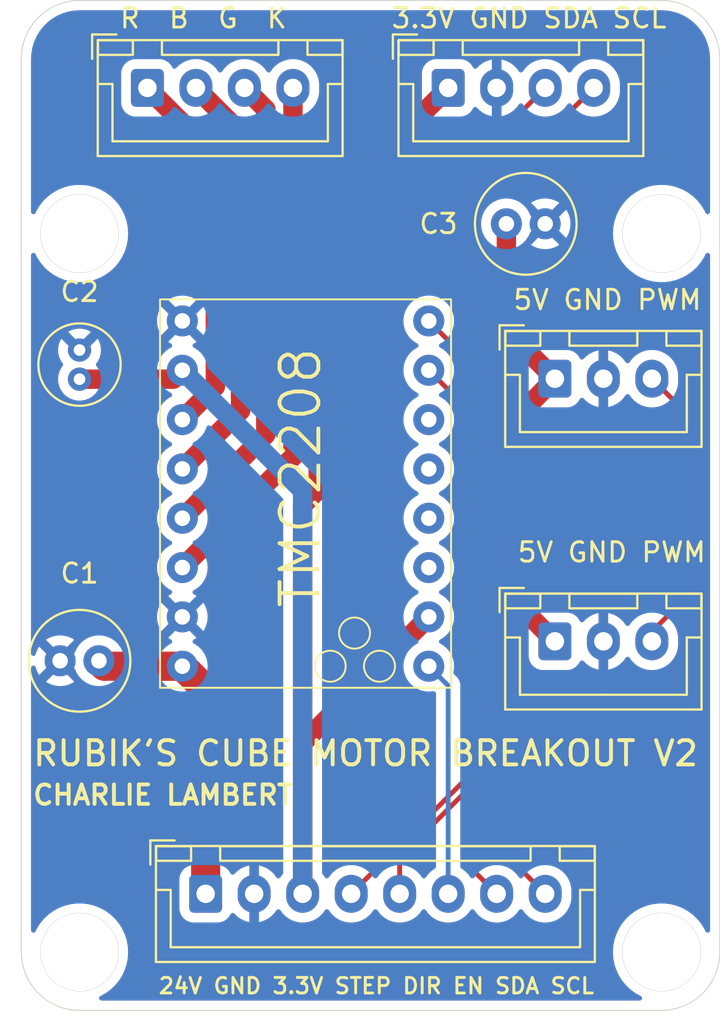
<source format=kicad_pcb>
(kicad_pcb (version 20240108) (generator "pcbnew") (generator_version "8.0")
  (title_block (title "Motor Breakout Board") (date "2025-07-07") (rev "A") (company "Designed by Charlie Lambert") (comment 1 "Motor breakout board for Rubik's Cube Solving Machine"))
  (layers (0 "F.Cu" signal) (31 "B.Cu" signal) (34 "B.Paste" user) (35 "F.Paste" user) (36 "B.SilkS" user "B.Silkscreen") (37 "F.SilkS" user "F.Silkscreen") (38 "B.Mask" user) (39 "F.Mask" user) (44 "Edge.Cuts" user))
  (net 0 "")
  (net 5 "/Red")
  (net 6 "/Green")
  (net 7 "/Blue")
  (net 8 "/Black")
  (net 9 "GND")
  (net 10 "PWM")
  (net 11 "+5V")
  (net 12 "SCL")
  (net 13 "+3.3V")
  (net 14 "SDA")
  (net 15 "DIR")
  (net 16 "STEP")
  (net 17 "EN")
  (net 18 "+24V")
  (footprint "" (layer "F.Cu") (at 127.6 49.3)
    (property "Reference" "" (at 0 0 0) (layer "F.SilkS") (effects (font (size 1.27 1.27))))
    (property "Value" "")
    (pad "" np_thru_hole circle (at 0 0) (size 4 4) (drill 4) (layers "F&B.Cu" "*.Mask"))
  )
  (footprint "Connector_JST:JST_XH_B4B-XH-A_1x04_P2.50mm_Vertical" (layer "F.Cu") (at 101.1 41.8)
    (property "Reference" "J2" (hide yes))
    (property "Value" "Motor Input")
    (fp_line (start -2.85 -2.75) (end -2.85 -1.5) (stroke (width 0.12)) (layer "F.SilkS"))
    (fp_line (start -2.56 -2.46) (end -2.56 3.51) (stroke (width 0.12)) (layer "F.SilkS"))
    (fp_line (start -2.56 3.51) (end 10.06 3.51) (stroke (width 0.12)) (layer "F.SilkS"))
    (fp_line (start -2.55 -2.45) (end -2.55 -1.7) (stroke (width 0.12)) (layer "F.SilkS"))
    (fp_line (start -2.55 -1.7) (end -0.75 -1.7) (stroke (width 0.12)) (layer "F.SilkS"))
    (fp_line (start -2.55 -0.2) (end -1.8 -0.2) (stroke (width 0.12)) (layer "F.SilkS"))
    (fp_line (start -1.8 -0.2) (end -1.8 2.75) (stroke (width 0.12)) (layer "F.SilkS"))
    (fp_line (start -1.8 2.75) (end 3.75 2.75) (stroke (width 0.12)) (layer "F.SilkS"))
    (fp_line (start -1.6 -2.75) (end -2.85 -2.75) (stroke (width 0.12)) (layer "F.SilkS"))
    (fp_line (start -0.75 -2.45) (end -2.55 -2.45) (stroke (width 0.12)) (layer "F.SilkS"))
    (fp_line (start -0.75 -1.7) (end -0.75 -2.45) (stroke (width 0.12)) (layer "F.SilkS"))
    (fp_line (start 0.75 -2.45) (end 0.75 -1.7) (stroke (width 0.12)) (layer "F.SilkS"))
    (fp_line (start 0.75 -1.7) (end 6.75 -1.7) (stroke (width 0.12)) (layer "F.SilkS"))
    (fp_line (start 6.75 -2.45) (end 0.75 -2.45) (stroke (width 0.12)) (layer "F.SilkS"))
    (fp_line (start 6.75 -1.7) (end 6.75 -2.45) (stroke (width 0.12)) (layer "F.SilkS"))
    (fp_line (start 8.25 -2.45) (end 8.25 -1.7) (stroke (width 0.12)) (layer "F.SilkS"))
    (fp_line (start 8.25 -1.7) (end 10.05 -1.7) (stroke (width 0.12)) (layer "F.SilkS"))
    (fp_line (start 9.3 -0.2) (end 9.3 2.75) (stroke (width 0.12)) (layer "F.SilkS"))
    (fp_line (start 9.3 2.75) (end 3.75 2.75) (stroke (width 0.12)) (layer "F.SilkS"))
    (fp_line (start 10.05 -2.45) (end 8.25 -2.45) (stroke (width 0.12)) (layer "F.SilkS"))
    (fp_line (start 10.05 -1.7) (end 10.05 -2.45) (stroke (width 0.12)) (layer "F.SilkS"))
    (fp_line (start 10.05 -0.2) (end 9.3 -0.2) (stroke (width 0.12)) (layer "F.SilkS"))
    (fp_line (start 10.06 -2.46) (end -2.56 -2.46) (stroke (width 0.12)) (layer "F.SilkS"))
    (fp_line (start 10.06 3.51) (end 10.06 -2.46) (stroke (width 0.12)) (layer "F.SilkS"))
    (pad "1" thru_hole roundrect (at 0 0) (size 1.7 1.95) (drill 0.95) (layers "*.Cu" "*.Mask") (roundrect_rratio 0.1470588235) (net 5 "/Red"))
    (pad "2" thru_hole oval (at 2.5 0) (size 1.7 1.95) (drill 0.95) (layers "*.Cu" "*.Mask") (net 7 "/Blue"))
    (pad "3" thru_hole oval (at 5 0) (size 1.7 1.95) (drill 0.95) (layers "*.Cu" "*.Mask") (net 6 "/Green"))
    (pad "4" thru_hole oval (at 7.5 0) (size 1.7 1.95) (drill 0.95) (layers "*.Cu" "*.Mask") (net 8 "/Black"))
  )
  (footprint "Capacitor_THT:C_Radial_D5.0mm_H11.0mm_P2.00mm" (layer "F.Cu") (at 98.6 71.3 180)
    (property "Reference" "C1" (at 1 4.5 0) (layer "F.SilkS"))
    (property "Value" "100µF")
    (fp_circle (center 1 0) (end 3.62 0) (stroke (width 0.12)) (fill none) (layer "F.SilkS"))
    (pad "1" thru_hole circle (at 0 0 180) (size 1.6 1.6) (drill 0.8) (layers "*.Cu" "*.Mask") (net 18 "+24V"))
    (pad "2" thru_hole circle (at 2 0 180) (size 1.6 1.6) (drill 0.8) (layers "*.Cu" "*.Mask") (net 9 "GND"))
  )
  (footprint "Connector_JST:JST_XH_B3B-XH-A_1x03_P2.50mm_Vertical" (layer "F.Cu") (at 122.1 56.775)
    (property "Reference" "J4" (hide yes))
    (property "Value" "Servo Input")
    (fp_line (start -2.85 -2.75) (end -2.85 -1.5) (stroke (width 0.12)) (layer "F.SilkS"))
    (fp_line (start -2.56 -2.46) (end -2.56 3.51) (stroke (width 0.12)) (layer "F.SilkS"))
    (fp_line (start -2.56 3.51) (end 7.56 3.51) (stroke (width 0.12)) (layer "F.SilkS"))
    (fp_line (start -2.55 -2.45) (end -2.55 -1.7) (stroke (width 0.12)) (layer "F.SilkS"))
    (fp_line (start -2.55 -1.7) (end -0.75 -1.7) (stroke (width 0.12)) (layer "F.SilkS"))
    (fp_line (start -2.55 -0.2) (end -1.8 -0.2) (stroke (width 0.12)) (layer "F.SilkS"))
    (fp_line (start -1.8 -0.2) (end -1.8 2.75) (stroke (width 0.12)) (layer "F.SilkS"))
    (fp_line (start -1.8 2.75) (end 2.5 2.75) (stroke (width 0.12)) (layer "F.SilkS"))
    (fp_line (start -1.6 -2.75) (end -2.85 -2.75) (stroke (width 0.12)) (layer "F.SilkS"))
    (fp_line (start -0.75 -2.45) (end -2.55 -2.45) (stroke (width 0.12)) (layer "F.SilkS"))
    (fp_line (start -0.75 -1.7) (end -0.75 -2.45) (stroke (width 0.12)) (layer "F.SilkS"))
    (fp_line (start 0.75 -2.45) (end 0.75 -1.7) (stroke (width 0.12)) (layer "F.SilkS"))
    (fp_line (start 0.75 -1.7) (end 4.25 -1.7) (stroke (width 0.12)) (layer "F.SilkS"))
    (fp_line (start 4.25 -2.45) (end 0.75 -2.45) (stroke (width 0.12)) (layer "F.SilkS"))
    (fp_line (start 4.25 -1.7) (end 4.25 -2.45) (stroke (width 0.12)) (layer "F.SilkS"))
    (fp_line (start 5.75 -2.45) (end 5.75 -1.7) (stroke (width 0.12)) (layer "F.SilkS"))
    (fp_line (start 5.75 -1.7) (end 7.55 -1.7) (stroke (width 0.12)) (layer "F.SilkS"))
    (fp_line (start 6.8 -0.2) (end 6.8 2.75) (stroke (width 0.12)) (layer "F.SilkS"))
    (fp_line (start 6.8 2.75) (end 2.5 2.75) (stroke (width 0.12)) (layer "F.SilkS"))
    (fp_line (start 7.55 -2.45) (end 5.75 -2.45) (stroke (width 0.12)) (layer "F.SilkS"))
    (fp_line (start 7.55 -1.7) (end 7.55 -2.45) (stroke (width 0.12)) (layer "F.SilkS"))
    (fp_line (start 7.55 -0.2) (end 6.8 -0.2) (stroke (width 0.12)) (layer "F.SilkS"))
    (fp_line (start 7.56 -2.46) (end -2.56 -2.46) (stroke (width 0.12)) (layer "F.SilkS"))
    (fp_line (start 7.56 3.51) (end 7.56 -2.46) (stroke (width 0.12)) (layer "F.SilkS"))
    (pad "1" thru_hole roundrect (at 0 0) (size 1.7 1.95) (drill 0.95) (layers "*.Cu" "*.Mask") (roundrect_rratio 0.1470588235) (net 11 "+5V"))
    (pad "2" thru_hole oval (at 2.5 0) (size 1.7 1.95) (drill 0.95) (layers "*.Cu" "*.Mask") (net 9 "GND"))
    (pad "3" thru_hole oval (at 5 0) (size 1.7 1.95) (drill 0.95) (layers "*.Cu" "*.Mask") (net 10 "PWM"))
  )
  (footprint "Capacitor_THT:C_Radial_D4.0mm_H7.0mm_P1.50mm" (layer "F.Cu") (at 97.6 55.3 -90)
    (property "Reference" "C2" (at -3 0 0) (layer "F.SilkS"))
    (property "Value" "0.1µF")
    (fp_circle (center 0.75 0) (end 2.87 0) (stroke (width 0.12)) (fill none) (layer "F.SilkS"))
    (pad "1" thru_hole circle (at 0 0 270) (size 1.2 1.2) (drill 0.6) (layers "*.Cu" "*.Mask") (net 9 "GND"))
    (pad "2" thru_hole circle (at 1.5 0 270) (size 1.2 1.2) (drill 0.6) (layers "*.Cu" "*.Mask") (net 13 "+3.3V"))
  )
  (footprint "" (layer "F.Cu") (at 127.6 86.3)
    (property "Reference" "" (at 0 0 0) (layer "F.SilkS") (effects (font (size 1.27 1.27))))
    (property "Value" "")
    (pad "" np_thru_hole circle (at 0 0) (size 4 4) (drill 4) (layers "F&B.Cu" "*.Mask"))
  )
  (footprint "Capacitor_THT:C_Radial_D5.0mm_H11.0mm_P2.00mm" (layer "F.Cu") (at 119.6 48.8)
    (property "Reference" "C3" (at -3.5 0 180) (layer "F.SilkS"))
    (property "Value" "100µF")
    (fp_circle (center 1 0) (end 3.62 0) (stroke (width 0.12)) (fill none) (layer "F.SilkS"))
    (pad "1" thru_hole circle (at 0 0) (size 1.6 1.6) (drill 0.8) (layers "*.Cu" "*.Mask") (net 11 "+5V"))
    (pad "2" thru_hole circle (at 2 0) (size 1.6 1.6) (drill 0.8) (layers "*.Cu" "*.Mask") (net 9 "GND"))
  )
  (footprint "" (layer "F.Cu") (at 97.6 49.3)
    (property "Reference" "" (at 0 0 0) (layer "F.SilkS") (effects (font (size 1.27 1.27))))
    (property "Value" "")
    (pad "" np_thru_hole circle (at 0 0) (size 4 4) (drill 4) (layers "F&B.Cu" "*.Mask"))
  )
  (footprint "" (layer "F.Cu") (at 97.6 86.3)
    (property "Reference" "" (at 0 0 0) (layer "F.SilkS") (effects (font (size 1.27 1.27))))
    (property "Value" "")
    (pad "" np_thru_hole circle (at 0 0) (size 4 4) (drill 4) (layers "F&B.Cu" "*.Mask"))
  )
  (footprint "Connector_JST:JST_XH_B4B-XH-A_1x04_P2.50mm_Vertical" (layer "F.Cu") (at 116.6 41.8)
    (property "Reference" "J6" (hide yes))
    (property "Value" "Encoder Input")
    (fp_line (start -2.85 -2.75) (end -2.85 -1.5) (stroke (width 0.12)) (layer "F.SilkS"))
    (fp_line (start -2.56 -2.46) (end -2.56 3.51) (stroke (width 0.12)) (layer "F.SilkS"))
    (fp_line (start -2.56 3.51) (end 10.06 3.51) (stroke (width 0.12)) (layer "F.SilkS"))
    (fp_line (start -2.55 -2.45) (end -2.55 -1.7) (stroke (width 0.12)) (layer "F.SilkS"))
    (fp_line (start -2.55 -1.7) (end -0.75 -1.7) (stroke (width 0.12)) (layer "F.SilkS"))
    (fp_line (start -2.55 -0.2) (end -1.8 -0.2) (stroke (width 0.12)) (layer "F.SilkS"))
    (fp_line (start -1.8 -0.2) (end -1.8 2.75) (stroke (width 0.12)) (layer "F.SilkS"))
    (fp_line (start -1.8 2.75) (end 3.75 2.75) (stroke (width 0.12)) (layer "F.SilkS"))
    (fp_line (start -1.6 -2.75) (end -2.85 -2.75) (stroke (width 0.12)) (layer "F.SilkS"))
    (fp_line (start -0.75 -2.45) (end -2.55 -2.45) (stroke (width 0.12)) (layer "F.SilkS"))
    (fp_line (start -0.75 -1.7) (end -0.75 -2.45) (stroke (width 0.12)) (layer "F.SilkS"))
    (fp_line (start 0.75 -2.45) (end 0.75 -1.7) (stroke (width 0.12)) (layer "F.SilkS"))
    (fp_line (start 0.75 -1.7) (end 6.75 -1.7) (stroke (width 0.12)) (layer "F.SilkS"))
    (fp_line (start 6.75 -2.45) (end 0.75 -2.45) (stroke (width 0.12)) (layer "F.SilkS"))
    (fp_line (start 6.75 -1.7) (end 6.75 -2.45) (stroke (width 0.12)) (layer "F.SilkS"))
    (fp_line (start 8.25 -2.45) (end 8.25 -1.7) (stroke (width 0.12)) (layer "F.SilkS"))
    (fp_line (start 8.25 -1.7) (end 10.05 -1.7) (stroke (width 0.12)) (layer "F.SilkS"))
    (fp_line (start 9.3 -0.2) (end 9.3 2.75) (stroke (width 0.12)) (layer "F.SilkS"))
    (fp_line (start 9.3 2.75) (end 3.75 2.75) (stroke (width 0.12)) (layer "F.SilkS"))
    (fp_line (start 10.05 -2.45) (end 8.25 -2.45) (stroke (width 0.12)) (layer "F.SilkS"))
    (fp_line (start 10.05 -1.7) (end 10.05 -2.45) (stroke (width 0.12)) (layer "F.SilkS"))
    (fp_line (start 10.05 -0.2) (end 9.3 -0.2) (stroke (width 0.12)) (layer "F.SilkS"))
    (fp_line (start 10.06 -2.46) (end -2.56 -2.46) (stroke (width 0.12)) (layer "F.SilkS"))
    (fp_line (start 10.06 3.51) (end 10.06 -2.46) (stroke (width 0.12)) (layer "F.SilkS"))
    (pad "1" thru_hole roundrect (at 0 0) (size 1.7 1.95) (drill 0.95) (layers "*.Cu" "*.Mask") (roundrect_rratio 0.1470588235) (net 13 "+3.3V"))
    (pad "2" thru_hole oval (at 2.5 0) (size 1.7 1.95) (drill 0.95) (layers "*.Cu" "*.Mask") (net 9 "GND"))
    (pad "3" thru_hole oval (at 5 0) (size 1.7 1.95) (drill 0.95) (layers "*.Cu" "*.Mask") (net 14 "SDA"))
    (pad "4" thru_hole oval (at 7.5 0) (size 1.7 1.95) (drill 0.95) (layers "*.Cu" "*.Mask") (net 12 "SCL"))
  )
  (footprint "Connector_JST:JST_XH_B8B-XH-A_1x08_P2.50mm_Vertical" (layer "F.Cu") (at 104.1 83.3)
    (property "Reference" "J3" (hide yes))
    (property "Value" "Motherboard Breakout")
    (fp_line (start -2.85 -2.75) (end -2.85 -1.5) (stroke (width 0.12)) (layer "F.SilkS"))
    (fp_line (start -2.56 -2.46) (end -2.56 3.51) (stroke (width 0.12)) (layer "F.SilkS"))
    (fp_line (start -2.56 3.51) (end 20.06 3.51) (stroke (width 0.12)) (layer "F.SilkS"))
    (fp_line (start -2.55 -2.45) (end -2.55 -1.7) (stroke (width 0.12)) (layer "F.SilkS"))
    (fp_line (start -2.55 -1.7) (end -0.75 -1.7) (stroke (width 0.12)) (layer "F.SilkS"))
    (fp_line (start -2.55 -0.2) (end -1.8 -0.2) (stroke (width 0.12)) (layer "F.SilkS"))
    (fp_line (start -1.8 -0.2) (end -1.8 2.75) (stroke (width 0.12)) (layer "F.SilkS"))
    (fp_line (start -1.8 2.75) (end 8.75 2.75) (stroke (width 0.12)) (layer "F.SilkS"))
    (fp_line (start -1.6 -2.75) (end -2.85 -2.75) (stroke (width 0.12)) (layer "F.SilkS"))
    (fp_line (start -0.75 -2.45) (end -2.55 -2.45) (stroke (width 0.12)) (layer "F.SilkS"))
    (fp_line (start -0.75 -1.7) (end -0.75 -2.45) (stroke (width 0.12)) (layer "F.SilkS"))
    (fp_line (start 0.75 -2.45) (end 0.75 -1.7) (stroke (width 0.12)) (layer "F.SilkS"))
    (fp_line (start 0.75 -1.7) (end 16.75 -1.7) (stroke (width 0.12)) (layer "F.SilkS"))
    (fp_line (start 16.75 -2.45) (end 0.75 -2.45) (stroke (width 0.12)) (layer "F.SilkS"))
    (fp_line (start 16.75 -1.7) (end 16.75 -2.45) (stroke (width 0.12)) (layer "F.SilkS"))
    (fp_line (start 18.25 -2.45) (end 18.25 -1.7) (stroke (width 0.12)) (layer "F.SilkS"))
    (fp_line (start 18.25 -1.7) (end 20.05 -1.7) (stroke (width 0.12)) (layer "F.SilkS"))
    (fp_line (start 19.3 -0.2) (end 19.3 2.75) (stroke (width 0.12)) (layer "F.SilkS"))
    (fp_line (start 19.3 2.75) (end 8.75 2.75) (stroke (width 0.12)) (layer "F.SilkS"))
    (fp_line (start 20.05 -2.45) (end 18.25 -2.45) (stroke (width 0.12)) (layer "F.SilkS"))
    (fp_line (start 20.05 -1.7) (end 20.05 -2.45) (stroke (width 0.12)) (layer "F.SilkS"))
    (fp_line (start 20.05 -0.2) (end 19.3 -0.2) (stroke (width 0.12)) (layer "F.SilkS"))
    (fp_line (start 20.06 -2.46) (end -2.56 -2.46) (stroke (width 0.12)) (layer "F.SilkS"))
    (fp_line (start 20.06 3.51) (end 20.06 -2.46) (stroke (width 0.12)) (layer "F.SilkS"))
    (pad "1" thru_hole roundrect (at 0 0) (size 1.7 1.95) (drill 0.95) (layers "*.Cu" "*.Mask") (roundrect_rratio 0.1470588235) (net 18 "+24V"))
    (pad "2" thru_hole oval (at 2.5 0) (size 1.7 1.95) (drill 0.95) (layers "*.Cu" "*.Mask") (net 9 "GND"))
    (pad "3" thru_hole oval (at 5 0) (size 1.7 1.95) (drill 0.95) (layers "*.Cu" "*.Mask") (net 13 "+3.3V"))
    (pad "4" thru_hole oval (at 7.5 0) (size 1.7 1.95) (drill 0.95) (layers "*.Cu" "*.Mask") (net 16 "STEP"))
    (pad "5" thru_hole oval (at 10 0) (size 1.7 1.95) (drill 0.95) (layers "*.Cu" "*.Mask") (net 15 "DIR"))
    (pad "6" thru_hole oval (at 12.5 0) (size 1.7 1.95) (drill 0.95) (layers "*.Cu" "*.Mask") (net 17 "EN"))
    (pad "7" thru_hole oval (at 15 0) (size 1.7 1.95) (drill 0.95) (layers "*.Cu" "*.Mask") (net 14 "SDA"))
    (pad "8" thru_hole oval (at 17.5 0) (size 1.7 1.95) (drill 0.95) (layers "*.Cu" "*.Mask") (net 12 "SCL"))
  )
  (footprint "cube_solver_footprints:TMC2208_Breakout" (layer "F.Cu") (at 102.9 53.8)
    (property "Reference" "U1" (hide yes))
    (property "Value" "~")
    (fp_rect (start -1.15 -1.11) (end 13.85 18.89) (stroke (width 0.1)) (fill none) (layer "F.SilkS"))
    (fp_circle (center 7.62 17.78) (end 8.42 17.78) (stroke (width 0.1)) (fill none) (layer "F.SilkS"))
    (fp_circle (center 8.87429 16.074124) (end 9.67429 16.074124) (stroke (width 0.1)) (fill none) (layer "F.SilkS"))
    (fp_circle (center 10.16 17.78) (end 10.96 17.78) (stroke (width 0.1)) (fill none) (layer "F.SilkS"))
    (fp_text user "TMC2208" (at 7.2644 14.9098 90) (layer "F.SilkS") (effects (font (size 2 2) (thickness 0.2)) (justify left bottom)))
    (pad "1" thru_hole circle (at 0 0) (size 1.6 1.6) (drill 0.8) (layers "*.Cu" "*.Mask") (net 9 "GND"))
    (pad "2" thru_hole circle (at 0 2.54) (size 1.6 1.6) (drill 0.8) (layers "*.Cu" "*.Mask") (net 13 "+3.3V"))
    (pad "3" thru_hole circle (at 0 5.08) (size 1.6 1.6) (drill 0.8) (layers "*.Cu" "*.Mask") (net 5 "/Red"))
    (pad "4" thru_hole circle (at 0 7.62) (size 1.6 1.6) (drill 0.8) (layers "*.Cu" "*.Mask") (net 7 "/Blue"))
    (pad "5" thru_hole circle (at 0 10.16) (size 1.6 1.6) (drill 0.8) (layers "*.Cu" "*.Mask") (net 6 "/Green"))
    (pad "6" thru_hole circle (at 0 12.7) (size 1.6 1.6) (drill 0.8) (layers "*.Cu" "*.Mask") (net 8 "/Black"))
    (pad "7" thru_hole circle (at 0 15.24) (size 1.6 1.6) (drill 0.8) (layers "*.Cu" "*.Mask") (net 9 "GND"))
    (pad "8" thru_hole circle (at 0 17.78) (size 1.6 1.6) (drill 0.8) (layers "*.Cu" "*.Mask") (net 18 "+24V"))
    (pad "9" thru_hole circle (at 12.7 0) (size 1.6 1.6) (drill 0.8) (layers "*.Cu" "*.Mask") (net 15 "DIR"))
    (pad "10" thru_hole circle (at 12.7 2.54) (size 1.6 1.6) (drill 0.8) (layers "*.Cu" "*.Mask") (net 16 "STEP"))
    (pad "11" thru_hole circle (at 12.7 5.08) (size 1.6 1.6) (drill 0.8) (layers "*.Cu" "*.Mask"))
    (pad "12" thru_hole circle (at 12.7 7.62) (size 1.6 1.6) (drill 0.8) (layers "*.Cu" "*.Mask"))
    (pad "13" thru_hole circle (at 12.7 10.16) (size 1.6 1.6) (drill 0.8) (layers "*.Cu" "*.Mask"))
    (pad "14" thru_hole circle (at 12.7 12.7) (size 1.6 1.6) (drill 0.8) (layers "*.Cu" "*.Mask"))
    (pad "15" thru_hole circle (at 12.7 15.24) (size 1.6 1.6) (drill 0.8) (layers "*.Cu" "*.Mask") (net 13 "+3.3V"))
    (pad "16" thru_hole circle (at 12.7 17.78) (size 1.6 1.6) (drill 0.8) (layers "*.Cu" "*.Mask") (net 17 "EN"))
  )
  (footprint "Connector_JST:JST_XH_B3B-XH-A_1x03_P2.50mm_Vertical" (layer "F.Cu") (at 122.1 70.3)
    (property "Reference" "J5" (hide yes))
    (property "Value" "Servo Output")
    (fp_line (start -2.85 -2.75) (end -2.85 -1.5) (stroke (width 0.12)) (layer "F.SilkS"))
    (fp_line (start -2.56 -2.46) (end -2.56 3.51) (stroke (width 0.12)) (layer "F.SilkS"))
    (fp_line (start -2.56 3.51) (end 7.56 3.51) (stroke (width 0.12)) (layer "F.SilkS"))
    (fp_line (start -2.55 -2.45) (end -2.55 -1.7) (stroke (width 0.12)) (layer "F.SilkS"))
    (fp_line (start -2.55 -1.7) (end -0.75 -1.7) (stroke (width 0.12)) (layer "F.SilkS"))
    (fp_line (start -2.55 -0.2) (end -1.8 -0.2) (stroke (width 0.12)) (layer "F.SilkS"))
    (fp_line (start -1.8 -0.2) (end -1.8 2.75) (stroke (width 0.12)) (layer "F.SilkS"))
    (fp_line (start -1.8 2.75) (end 2.5 2.75) (stroke (width 0.12)) (layer "F.SilkS"))
    (fp_line (start -1.6 -2.75) (end -2.85 -2.75) (stroke (width 0.12)) (layer "F.SilkS"))
    (fp_line (start -0.75 -2.45) (end -2.55 -2.45) (stroke (width 0.12)) (layer "F.SilkS"))
    (fp_line (start -0.75 -1.7) (end -0.75 -2.45) (stroke (width 0.12)) (layer "F.SilkS"))
    (fp_line (start 0.75 -2.45) (end 0.75 -1.7) (stroke (width 0.12)) (layer "F.SilkS"))
    (fp_line (start 0.75 -1.7) (end 4.25 -1.7) (stroke (width 0.12)) (layer "F.SilkS"))
    (fp_line (start 4.25 -2.45) (end 0.75 -2.45) (stroke (width 0.12)) (layer "F.SilkS"))
    (fp_line (start 4.25 -1.7) (end 4.25 -2.45) (stroke (width 0.12)) (layer "F.SilkS"))
    (fp_line (start 5.75 -2.45) (end 5.75 -1.7) (stroke (width 0.12)) (layer "F.SilkS"))
    (fp_line (start 5.75 -1.7) (end 7.55 -1.7) (stroke (width 0.12)) (layer "F.SilkS"))
    (fp_line (start 6.8 -0.2) (end 6.8 2.75) (stroke (width 0.12)) (layer "F.SilkS"))
    (fp_line (start 6.8 2.75) (end 2.5 2.75) (stroke (width 0.12)) (layer "F.SilkS"))
    (fp_line (start 7.55 -2.45) (end 5.75 -2.45) (stroke (width 0.12)) (layer "F.SilkS"))
    (fp_line (start 7.55 -1.7) (end 7.55 -2.45) (stroke (width 0.12)) (layer "F.SilkS"))
    (fp_line (start 7.55 -0.2) (end 6.8 -0.2) (stroke (width 0.12)) (layer "F.SilkS"))
    (fp_line (start 7.56 -2.46) (end -2.56 -2.46) (stroke (width 0.12)) (layer "F.SilkS"))
    (fp_line (start 7.56 3.51) (end 7.56 -2.46) (stroke (width 0.12)) (layer "F.SilkS"))
    (pad "1" thru_hole roundrect (at 0 0) (size 1.7 1.95) (drill 0.95) (layers "*.Cu" "*.Mask") (roundrect_rratio 0.1470588235) (net 11 "+5V"))
    (pad "2" thru_hole oval (at 2.5 0) (size 1.7 1.95) (drill 0.95) (layers "*.Cu" "*.Mask") (net 9 "GND"))
    (pad "3" thru_hole oval (at 5 0) (size 1.7 1.95) (drill 0.95) (layers "*.Cu" "*.Mask") (net 10 "PWM"))
  )
  (gr_circle (center 97.6 49.3) (end 97.6 47.3) (stroke (width 0.05)) (fill none) (layer "Edge.Cuts"))
  (gr_circle (center 127.6 49.3) (end 127.6 47.3) (stroke (width 0.05)) (fill none) (layer "Edge.Cuts"))
  (gr_circle (center 127.6 86.3) (end 127.6 84.3) (stroke (width 0.05)) (fill none) (layer "Edge.Cuts"))
  (gr_circle (center 97.6 86.3) (end 97.6 84.3) (stroke (width 0.05)) (fill none) (layer "Edge.Cuts"))
  (gr_arc (start 130.6 86.3) (mid 129.72132 88.42132) (end 127.6 89.3) (stroke (width 0.05)) (layer "Edge.Cuts"))
  (gr_line (start 94.6 86.3) (end 94.6 40.3) (stroke (width 0.05)) (layer "Edge.Cuts"))
  (gr_arc (start 127.6 37.3) (mid 129.72132 38.17868) (end 130.6 40.3) (stroke (width 0.05)) (layer "Edge.Cuts"))
  (gr_line (start 130.6 40.3) (end 130.6 86.3) (stroke (width 0.05)) (layer "Edge.Cuts"))
  (gr_arc (start 97.6 89.3) (mid 95.47868 88.42132) (end 94.6 86.3) (stroke (width 0.05)) (layer "Edge.Cuts"))
  (gr_line (start 97.6 37.3) (end 127.6 37.3) (stroke (width 0.05)) (layer "Edge.Cuts"))
  (gr_line (start 97.6 89.3) (end 127.6 89.3) (stroke (width 0.05)) (layer "Edge.Cuts"))
  (gr_arc (start 94.6 40.3) (mid 95.47868 38.17868) (end 97.6 37.3) (stroke (width 0.05)) (layer "Edge.Cuts"))
  (gr_text "24V GND 3.3V STEP DIR EN SDA SCL\n\n" (at 101.6 89.8 0) (layer "F.SilkS") (effects (font (size 0.8 0.8) (thickness 0.15) (bold yes)) (justify left bottom)))
  (gr_text "5V GND PWM\n" (at 119.875 53.3 0) (layer "F.SilkS") (effects (font (size 1 1) (thickness 0.15) (bold yes)) (justify left bottom)))
  (gr_text "5V GND PWM\n" (at 120.1 66.3 0) (layer "F.SilkS") (effects (font (size 1 1) (thickness 0.15) (bold yes)) (justify left bottom)))
  (gr_text "RUBIK'S CUBE MOTOR BREAKOUT V2\n" (at 95.1 76.8 0) (layer "F.SilkS") (effects (font (size 1.25 1.25) (thickness 0.2)) (justify left bottom)))
  (gr_text "3.3V GND SDA SCL" (at 113.6 38.8 0) (layer "F.SilkS") (effects (font (size 1 1)) (justify left bottom)))
  (gr_text "CHARLIE LAMBERT" (at 95.1 78.8 0) (layer "F.SilkS") (effects (font (size 1 1) (thickness 0.2) (bold yes)) (justify left bottom)))
  (gr_text "R  B  G  K" (at 99.6 38.8 0) (layer "F.SilkS") (effects (font (size 1 1)) (justify left bottom)))
  (segment (start 104.6 57.18) (end 102.9 58.88) (width 1) (layer "F.Cu") (net 5))
  (segment (start 101.1 41.8) (end 104.6 45.3) (width 1) (layer "F.Cu") (net 5))
  (segment (start 104.6 45.3) (end 104.6 57.18) (width 1) (layer "F.Cu") (net 5))
  (segment (start 107.2 42.9) (end 107.2 59.66) (width 1) (layer "F.Cu") (net 6))
  (segment (start 106.1 41.8) (end 107.2 42.9) (width 1) (layer "F.Cu") (net 6))
  (segment (start 107.2 59.66) (end 102.9 63.96) (width 1) (layer "F.Cu") (net 6))
  (segment (start 103.6 41.8) (end 105.9 44.1) (width 1) (layer "F.Cu") (net 7))
  (segment (start 105.9 58.42) (end 102.9 61.42) (width 1) (layer "F.Cu") (net 7))
  (segment (start 105.9 44.1) (end 105.9 58.42) (width 1) (layer "F.Cu") (net 7))
  (segment (start 108.6 41.8) (end 108.6 60.8) (width 1) (layer "F.Cu") (net 8))
  (segment (start 108.6 60.8) (end 102.9 66.5) (width 1) (layer "F.Cu") (net 8))
  (segment (start 128.6 58.275) (end 128.6 68.3) (width 0.25) (layer "F.Cu") (net 10))
  (segment (start 128.6 68.3) (end 127.1 69.8) (width 0.25) (layer "F.Cu") (net 10))
  (segment (start 127.1 56.775) (end 128.6 58.275) (width 0.25) (layer "F.Cu") (net 10))
  (segment (start 119.875 59) (end 119.875 68.075) (width 1) (layer "F.Cu") (net 11))
  (segment (start 119.875 68.075) (end 122.1 70.3) (width 1) (layer "F.Cu") (net 11))
  (segment (start 119.6 48.8) (end 119.6 54.275) (width 1) (layer "F.Cu") (net 11))
  (segment (start 119.6 54.275) (end 122.1 56.775) (width 1) (layer "F.Cu") (net 11))
  (segment (start 122.1 56.775) (end 119.875 59) (width 1) (layer "F.Cu") (net 11))
  (segment (start 118.05 79.75) (end 118.05 78.759188) (width 0.25) (layer "F.Cu") (net 12))
  (segment (start 121.6 83.3) (end 118.05 79.75) (width 0.25) (layer "F.Cu") (net 12))
  (segment (start 118.95 77.859188) (end 118.95 55.877208) (width 0.25) (layer "F.Cu") (net 12))
  (segment (start 118.05 54.977208) (end 118.05 47.85) (width 0.25) (layer "F.Cu") (net 12))
  (segment (start 118.05 78.759188) (end 118.95 77.859188) (width 0.25) (layer "F.Cu") (net 12))
  (segment (start 118.95 55.877208) (end 118.05 54.977208) (width 0.25) (layer "F.Cu") (net 12))
  (segment (start 118.05 47.85) (end 124.1 41.8) (width 0.25) (layer "F.Cu") (net 12))
  (segment (start 109.1 83.3) (end 109.1 63.3) (width 1) (layer "F.Cu") (net 13))
  (segment (start 102.9 56.34) (end 102.44 56.8) (width 1) (layer "F.Cu") (net 13))
  (segment (start 102.44 56.8) (end 97.6 56.8) (width 1) (layer "F.Cu") (net 13))
  (segment (start 109.9 62.5) (end 109.9 48.5) (width 1) (layer "F.Cu") (net 13))
  (segment (start 109.1 63.3) (end 109.9 62.5) (width 1) (layer "F.Cu") (net 13))
  (segment (start 109.1 75.54) (end 115.6 69.04) (width 1) (layer "F.Cu") (net 13))
  (segment (start 109.1 83.3) (end 109.1 75.54) (width 1) (layer "F.Cu") (net 13))
  (segment (start 109.9 48.5) (end 116.6 41.8) (width 1) (layer "F.Cu") (net 13))
  (segment (start 109.1 83.3) (end 109.1 62.54) (width 1) (layer "B.Cu") (net 13))
  (segment (start 109.1 62.54) (end 102.9 56.34) (width 1) (layer "B.Cu") (net 13))
  (segment (start 119.1 83.3) (end 117.6 81.8) (width 0.25) (layer "F.Cu") (net 14))
  (segment (start 117.6 78.572792) (end 118.5 77.672792) (width 0.25) (layer "F.Cu") (net 14))
  (segment (start 118.5 77.672792) (end 118.5 56.063604) (width 0.25) (layer "F.Cu") (net 14))
  (segment (start 117.6 55.163604) (end 117.6 45.8) (width 0.25) (layer "F.Cu") (net 14))
  (segment (start 118.5 56.063604) (end 117.6 55.163604) (width 0.25) (layer "F.Cu") (net 14))
  (segment (start 117.6 45.8) (end 121.6 41.8) (width 0.25) (layer "F.Cu") (net 14))
  (segment (start 117.6 81.8) (end 117.6 78.572792) (width 0.25) (layer "F.Cu") (net 14))
  (segment (start 114.1 81.436396) (end 118.05 77.486396) (width 0.25) (layer "F.Cu") (net 15))
  (segment (start 118.05 77.486396) (end 118.05 56.25) (width 0.25) (layer "F.Cu") (net 15))
  (segment (start 114.1 83.3) (end 114.1 81.436396) (width 0.25) (layer "F.Cu") (net 15))
  (segment (start 118.05 56.25) (end 115.6 53.8) (width 0.25) (layer "F.Cu") (net 15))
  (segment (start 117.6 77.3) (end 117.6 58.34) (width 0.25) (layer "F.Cu") (net 16))
  (segment (start 117.6 58.34) (end 115.6 56.34) (width 0.25) (layer "F.Cu") (net 16))
  (segment (start 111.6 83.3) (end 117.6 77.3) (width 0.25) (layer "F.Cu") (net 16))
  (segment (start 116.6 72.58) (end 115.6 71.58) (width 0.25) (layer "B.Cu") (net 17))
  (segment (start 116.6 83.3) (end 116.6 72.58) (width 0.25) (layer "B.Cu") (net 17))
  (segment (start 104.1 72.78) (end 102.9 71.58) (width 1.5) (layer "F.Cu") (net 18))
  (segment (start 102.9 71.58) (end 98.88 71.58) (width 1.5) (layer "F.Cu") (net 18))
  (segment (start 104.1 83.3) (end 104.1 72.78) (width 1.5) (layer "F.Cu") (net 18))
  (segment (start 102.9 71.58) (end 101.76863 71.58) (width 1.5) (layer "F.Cu") (net 18))
  (segment (start 98.88 71.58) (end 98.6 71.3) (width 1.5) (layer "F.Cu") (net 18))
  (zone (net 9) (net_name "GND") (layer "B.Cu") (name "GND") (connect_pads (clearance 0.5)) (min_thickness 0.25) (fill yes (thermal_gap 0.5) (thermal_bridge_width 0.5) (island_removal_mode 1) (island_area_min 10))
    (polygon (pts (xy 94.6 37.3) (xy 94.6 89.3) (xy 130.6 89.3) (xy 130.6 37.3)))
  )
)
</source>
